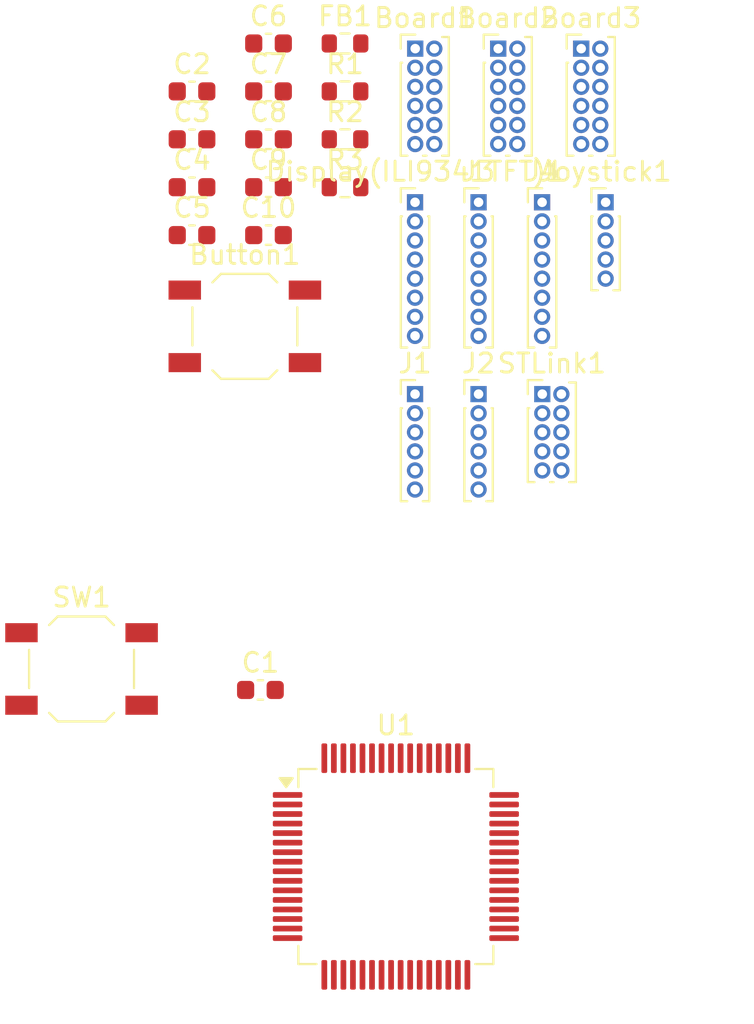
<source format=kicad_pcb>
(kicad_pcb (version 20241229) (generator "pcbnew") (generator_version "9.0")
  (title_block (title "Test") (date "2026-01-30") (rev "0"))
  (layers (0 "F.Cu" signal) (2 "B.Cu" signal) (13 "F.Paste" user) (15 "B.Paste" user) (5 "F.SilkS" user "F.Silkscreen") (7 "B.SilkS" user "B.Silkscreen") (1 "F.Mask" user) (3 "B.Mask" user) (25 "Edge.Cuts" user))
  (net 0 "")
  (net 1 "/OE")
  (net 2 "/OUT_3_1")
  (net 3 "/OUT_2_1")
  (net 4 "/LED")
  (net 5 "/S0")
  (net 6 "/S1")
  (net 7 "GND")
  (net 8 "/S2")
  (net 9 "+3VD")
  (net 10 "/S3")
  (net 11 "+3.3V")
  (net 12 "/OUT_1_1")
  (net 13 "/OUT_2_2")
  (net 14 "/OUT_3_2")
  (net 15 "/OUT_1_2")
  (net 16 "/OUT_2_3")
  (net 17 "/OUT_3_3")
  (net 18 "/OUT_1_3")
  (net 19 "/But")
  (net 20 "+3V0")
  (net 21 "/PD2")
  (net 22 "VDDA")
  (net 23 "/SDI{slash}MOSI")
  (net 24 "/RESET")
  (net 25 "VCC")
  (net 26 "/CS")
  (net 27 "/LED_T")
  (net 28 "/DC{slash}RS")
  (net 29 "/SCK")
  (net 33 "/PF0")
  (net 34 "/NRST")
  (net 41 "/PF1")
  (net 61 "VDD")
  (net 62 "/Button")
  (net 63 "/Y-pos")
  (net 64 "/X-pos")
  (net 65 "/BOOT0")
  (net 66 "/SWDIO")
  (net 68 "/RST_L")
  (net 71 "/CLK")
  (net 74 "/DIR_3")
  (net 75 "/DIR_1")
  (net 77 "/FAULT_3")
  (net 78 "/RST_2")
  (net 79 "/FAULT_4")
  (net 81 "/RST_4")
  (net 82 "/STEP_2")
  (net 84 "/STEP_1")
  (net 85 "/DIR_2")
  (net 88 "/RST_3")
  (net 89 "/FAULT_1")
  (net 90 "/DIR_4")
  (net 91 "/RST_1")
  (net 92 "/STEP_3")
  (net 94 "/FAULT_2")
  (net 96 "/STEP_4")
  (footprint "Capacitor_SMD:C_0603_1608Metric" (layer "F.Cu") (at 137.725 81)
    (property "Reference" "C1" (at 0 -1.43 0) (layer "F.SilkS"))
    (property "Value" "0.1uF")
    (fp_line (start -0.14058 -0.51) (end 0.14058 -0.51) (stroke (width 0.12)) (layer "F.SilkS"))
    (fp_line (start -0.14058 0.51) (end 0.14058 0.51) (stroke (width 0.12)) (layer "F.SilkS"))
    (pad "1" smd roundrect (at -0.775 0) (size 0.9 0.95) (layers "F.Cu" "F.Mask" "F.Paste") (net 34 "/NRST"))
    (pad "2" smd roundrect (at 0.775 0) (size 0.9 0.95) (layers "F.Cu" "F.Mask" "F.Paste") (net 7 "GND"))
  )
  (footprint "Resistor_SMD:R_0603_1608Metric" (layer "F.Cu") (at 142.16 54.66)
    (property "Reference" "R3" (at 0 -1.43 0) (layer "F.SilkS"))
    (property "Value" "R_US")
    (fp_line (start -0.237258 -0.5225) (end 0.237258 -0.5225) (stroke (width 0.12)) (layer "F.SilkS"))
    (fp_line (start -0.237258 0.5225) (end 0.237258 0.5225) (stroke (width 0.12)) (layer "F.SilkS"))
    (pad "1" smd roundrect (at -0.825 0) (size 0.8 0.95) (layers "F.Cu" "F.Mask" "F.Paste") (net 20 "+3V0"))
    (pad "2" smd roundrect (at 0.825 0) (size 0.8 0.95) (layers "F.Cu" "F.Mask" "F.Paste") (net 19 "/But"))
  )
  (footprint "Connector_PinHeader_1.00mm:PinHeader_2x05_P1.00mm_Vertical" (layer "F.Cu") (at 152.5 65.5)
    (property "Reference" "STLink1" (at 0.5 -1.61 0) (layer "F.SilkS"))
    (property "Value" "Conn_02x05_Odd_Even")
    (fp_line (start -0.76 -0.735) (end 0 -0.735) (stroke (width 0.12)) (layer "F.SilkS"))
    (fp_line (start -0.76 0) (end -0.76 -0.735) (stroke (width 0.12)) (layer "F.SilkS"))
    (fp_line (start -0.76 0.735) (end -0.76 4.61) (stroke (width 0.12)) (layer "F.SilkS"))
    (fp_line (start -0.76 0.735) (end -0.685565 0.735) (stroke (width 0.12)) (layer "F.SilkS"))
    (fp_line (start -0.76 4.61) (end -0.41003 4.61) (stroke (width 0.12)) (layer "F.SilkS"))
    (fp_line (start 0.41003 4.61) (end 0.58997 4.61) (stroke (width 0.12)) (layer "F.SilkS"))
    (fp_line (start 1.41003 -0.61) (end 1.76 -0.61) (stroke (width 0.12)) (layer "F.SilkS"))
    (fp_line (start 1.41003 4.61) (end 1.76 4.61) (stroke (width 0.12)) (layer "F.SilkS"))
    (fp_line (start 1.76 -0.61) (end 1.76 4.61) (stroke (width 0.12)) (layer "F.SilkS"))
    (pad "1" thru_hole rect (at 0 0) (size 0.85 0.85) (drill 0.5) (layers "*.Cu" "*.Mask") (net 68 "/RST_L"))
    (pad "2" thru_hole circle (at 1 0) (size 0.85 0.85) (drill 0.5) (layers "*.Cu" "*.Mask") (net 66 "/SWDIO"))
    (pad "3" thru_hole circle (at 0 1) (size 0.85 0.85) (drill 0.5) (layers "*.Cu" "*.Mask") (net 7 "GND"))
    (pad "4" thru_hole circle (at 1 1) (size 0.85 0.85) (drill 0.5) (layers "*.Cu" "*.Mask") (net 7 "GND"))
    (pad "5" thru_hole circle (at 0 2) (size 0.85 0.85) (drill 0.5) (layers "*.Cu" "*.Mask"))
    (pad "6" thru_hole circle (at 1 2) (size 0.85 0.85) (drill 0.5) (layers "*.Cu" "*.Mask") (net 71 "/CLK"))
    (pad "7" thru_hole circle (at 0 3) (size 0.85 0.85) (drill 0.5) (layers "*.Cu" "*.Mask"))
    (pad "8" thru_hole circle (at 1 3) (size 0.85 0.85) (drill 0.5) (layers "*.Cu" "*.Mask"))
    (pad "9" thru_hole circle (at 0 4) (size 0.85 0.85) (drill 0.5) (layers "*.Cu" "*.Mask"))
    (pad "10" thru_hole circle (at 1 4) (size 0.85 0.85) (drill 0.5) (layers "*.Cu" "*.Mask"))
  )
  (footprint "Connector_PinHeader_1.00mm:PinHeader_2x06_P1.00mm_Vertical" (layer "F.Cu") (at 154.54 47.4)
    (property "Reference" "Board3" (at 0.5 -1.61 0) (layer "F.SilkS"))
    (property "Value" "Conn_02x06_Odd_Even")
    (fp_line (start -0.76 -0.735) (end 0 -0.735) (stroke (width 0.12)) (layer "F.SilkS"))
    (fp_line (start -0.76 0) (end -0.76 -0.735) (stroke (width 0.12)) (layer "F.SilkS"))
    (fp_line (start -0.76 0.735) (end -0.76 5.61) (stroke (width 0.12)) (layer "F.SilkS"))
    (fp_line (start -0.76 0.735) (end -0.685565 0.735) (stroke (width 0.12)) (layer "F.SilkS"))
    (fp_line (start -0.76 5.61) (end -0.41003 5.61) (stroke (width 0.12)) (layer "F.SilkS"))
    (fp_line (start 0.41003 5.61) (end 0.58997 5.61) (stroke (width 0.12)) (layer "F.SilkS"))
    (fp_line (start 1.41003 -0.61) (end 1.76 -0.61) (stroke (width 0.12)) (layer "F.SilkS"))
    (fp_line (start 1.41003 5.61) (end 1.76 5.61) (stroke (width 0.12)) (layer "F.SilkS"))
    (fp_line (start 1.76 -0.61) (end 1.76 5.61) (stroke (width 0.12)) (layer "F.SilkS"))
    (pad "1" thru_hole rect (at 0 0) (size 0.85 0.85) (drill 0.5) (layers "*.Cu" "*.Mask") (net 7 "GND"))
    (pad "2" thru_hole circle (at 1 0) (size 0.85 0.85) (drill 0.5) (layers "*.Cu" "*.Mask") (net 11 "+3.3V"))
    (pad "3" thru_hole circle (at 0 1) (size 0.85 0.85) (drill 0.5) (layers "*.Cu" "*.Mask") (net 5 "/S0"))
    (pad "4" thru_hole circle (at 1 1) (size 0.85 0.85) (drill 0.5) (layers "*.Cu" "*.Mask") (net 6 "/S1"))
    (pad "5" thru_hole circle (at 0 2) (size 0.85 0.85) (drill 0.5) (layers "*.Cu" "*.Mask") (net 8 "/S2"))
    (pad "6" thru_hole circle (at 1 2) (size 0.85 0.85) (drill 0.5) (layers "*.Cu" "*.Mask") (net 10 "/S3"))
    (pad "7" thru_hole circle (at 0 3) (size 0.85 0.85) (drill 0.5) (layers "*.Cu" "*.Mask") (net 1 "/OE"))
    (pad "8" thru_hole circle (at 1 3) (size 0.85 0.85) (drill 0.5) (layers "*.Cu" "*.Mask") (net 4 "/LED"))
    (pad "9" thru_hole circle (at 0 4) (size 0.85 0.85) (drill 0.5) (layers "*.Cu" "*.Mask") (net 18 "/OUT_1_3"))
    (pad "10" thru_hole circle (at 1 4) (size 0.85 0.85) (drill 0.5) (layers "*.Cu" "*.Mask") (net 16 "/OUT_2_3"))
    (pad "11" thru_hole circle (at 0 5) (size 0.85 0.85) (drill 0.5) (layers "*.Cu" "*.Mask") (net 7 "GND"))
    (pad "12" thru_hole circle (at 1 5) (size 0.85 0.85) (drill 0.5) (layers "*.Cu" "*.Mask") (net 17 "/OUT_3_3"))
  )
  (footprint "Capacitor_SMD:C_0603_1608Metric" (layer "F.Cu") (at 138.15 47.13)
    (property "Reference" "C6" (at 0 -1.43 0) (layer "F.SilkS"))
    (property "Value" "1uF")
    (fp_line (start -0.14058 -0.51) (end 0.14058 -0.51) (stroke (width 0.12)) (layer "F.SilkS"))
    (fp_line (start -0.14058 0.51) (end 0.14058 0.51) (stroke (width 0.12)) (layer "F.SilkS"))
    (pad "1" smd roundrect (at -0.775 0) (size 0.9 0.95) (layers "F.Cu" "F.Mask" "F.Paste") (net 22 "VDDA"))
    (pad "2" smd roundrect (at 0.775 0) (size 0.9 0.95) (layers "F.Cu" "F.Mask" "F.Paste") (net 7 "GND"))
  )
  (footprint "Resistor_SMD:R_0603_1608Metric" (layer "F.Cu") (at 142.16 47.13)
    (property "Reference" "FB1" (at 0 -1.43 0) (layer "F.SilkS"))
    (property "Value" "600Ohm @ 100MHz")
    (fp_line (start -0.237258 -0.5225) (end 0.237258 -0.5225) (stroke (width 0.12)) (layer "F.SilkS"))
    (fp_line (start -0.237258 0.5225) (end 0.237258 0.5225) (stroke (width 0.12)) (layer "F.SilkS"))
    (pad "1" smd roundrect (at -0.825 0) (size 0.8 0.95) (layers "F.Cu" "F.Mask" "F.Paste") (net 20 "+3V0"))
    (pad "2" smd roundrect (at 0.825 0) (size 0.8 0.95) (layers "F.Cu" "F.Mask" "F.Paste") (net 22 "VDDA"))
  )
  (footprint "Connector_PinHeader_1.00mm:PinHeader_1x08_P1.00mm_Vertical" (layer "F.Cu") (at 152.49 55.45)
    (property "Reference" "J4" (at 0 -1.61 0) (layer "F.SilkS"))
    (property "Value" "Conn_01x08_Pin")
    (fp_line (start -0.745 -0.735) (end 0 -0.735) (stroke (width 0.12)) (layer "F.SilkS"))
    (fp_line (start -0.745 0) (end -0.745 -0.735) (stroke (width 0.12)) (layer "F.SilkS"))
    (fp_line (start -0.745 0.735) (end -0.745 7.61) (stroke (width 0.12)) (layer "F.SilkS"))
    (fp_line (start -0.745 0.735) (end -0.685565 0.735) (stroke (width 0.12)) (layer "F.SilkS"))
    (fp_line (start -0.745 7.61) (end -0.41003 7.61) (stroke (width 0.12)) (layer "F.SilkS"))
    (fp_line (start 0.41003 7.61) (end 0.745 7.61) (stroke (width 0.12)) (layer "F.SilkS"))
    (fp_line (start 0.685565 0.735) (end 0.745 0.735) (stroke (width 0.12)) (layer "F.SilkS"))
    (fp_line (start 0.745 0.735) (end 0.745 7.61) (stroke (width 0.12)) (layer "F.SilkS"))
    (pad "1" thru_hole rect (at 0 0) (size 0.85 0.85) (drill 0.5) (layers "*.Cu" "*.Mask"))
    (pad "2" thru_hole circle (at 0 1) (size 0.85 0.85) (drill 0.5) (layers "*.Cu" "*.Mask"))
    (pad "3" thru_hole circle (at 0 2) (size 0.85 0.85) (drill 0.5) (layers "*.Cu" "*.Mask"))
    (pad "4" thru_hole circle (at 0 3) (size 0.85 0.85) (drill 0.5) (layers "*.Cu" "*.Mask"))
    (pad "5" thru_hole circle (at 0 4) (size 0.85 0.85) (drill 0.5) (layers "*.Cu" "*.Mask"))
    (pad "6" thru_hole circle (at 0 5) (size 0.85 0.85) (drill 0.5) (layers "*.Cu" "*.Mask"))
    (pad "7" thru_hole circle (at 0 6) (size 0.85 0.85) (drill 0.5) (layers "*.Cu" "*.Mask"))
    (pad "8" thru_hole circle (at 0 7) (size 0.85 0.85) (drill 0.5) (layers "*.Cu" "*.Mask"))
  )
  (footprint "Connector_PinHeader_1.00mm:PinHeader_2x06_P1.00mm_Vertical" (layer "F.Cu") (at 145.84 47.4)
    (property "Reference" "Board1" (at 0.5 -1.61 0) (layer "F.SilkS"))
    (property "Value" "Conn_02x06_Odd_Even")
    (fp_line (start -0.76 -0.735) (end 0 -0.735) (stroke (width 0.12)) (layer "F.SilkS"))
    (fp_line (start -0.76 0) (end -0.76 -0.735) (stroke (width 0.12)) (layer "F.SilkS"))
    (fp_line (start -0.76 0.735) (end -0.76 5.61) (stroke (width 0.12)) (layer "F.SilkS"))
    (fp_line (start -0.76 0.735) (end -0.685565 0.735) (stroke (width 0.12)) (layer "F.SilkS"))
    (fp_line (start -0.76 5.61) (end -0.41003 5.61) (stroke (width 0.12)) (layer "F.SilkS"))
    (fp_line (start 0.41003 5.61) (end 0.58997 5.61) (stroke (width 0.12)) (layer "F.SilkS"))
    (fp_line (start 1.41003 -0.61) (end 1.76 -0.61) (stroke (width 0.12)) (layer "F.SilkS"))
    (fp_line (start 1.41003 5.61) (end 1.76 5.61) (stroke (width 0.12)) (layer "F.SilkS"))
    (fp_line (start 1.76 -0.61) (end 1.76 5.61) (stroke (width 0.12)) (layer "F.SilkS"))
    (pad "1" thru_hole rect (at 0 0) (size 0.85 0.85) (drill 0.5) (layers "*.Cu" "*.Mask") (net 7 "GND"))
    (pad "2" thru_hole circle (at 1 0) (size 0.85 0.85) (drill 0.5) (layers "*.Cu" "*.Mask") (net 11 "+3.3V"))
    (pad "3" thru_hole circle (at 0 1) (size 0.85 0.85) (drill 0.5) (layers "*.Cu" "*.Mask") (net 5 "/S0"))
    (pad "4" thru_hole circle (at 1 1) (size 0.85 0.85) (drill 0.5) (layers "*.Cu" "*.Mask") (net 6 "/S1"))
    (pad "5" thru_hole circle (at 0 2) (size 0.85 0.85) (drill 0.5) (layers "*.Cu" "*.Mask") (net 8 "/S2"))
    (pad "6" thru_hole circle (at 1 2) (size 0.85 0.85) (drill 0.5) (layers "*.Cu" "*.Mask") (net 10 "/S3"))
    (pad "7" thru_hole circle (at 0 3) (size 0.85 0.85) (drill 0.5) (layers "*.Cu" "*.Mask") (net 1 "/OE"))
    (pad "8" thru_hole circle (at 1 3) (size 0.85 0.85) (drill 0.5) (layers "*.Cu" "*.Mask") (net 4 "/LED"))
    (pad "9" thru_hole circle (at 0 4) (size 0.85 0.85) (drill 0.5) (layers "*.Cu" "*.Mask") (net 12 "/OUT_1_1"))
    (pad "10" thru_hole circle (at 1 4) (size 0.85 0.85) (drill 0.5) (layers "*.Cu" "*.Mask") (net 3 "/OUT_2_1"))
    (pad "11" thru_hole circle (at 0 5) (size 0.85 0.85) (drill 0.5) (layers "*.Cu" "*.Mask") (net 7 "GND"))
    (pad "12" thru_hole circle (at 1 5) (size 0.85 0.85) (drill 0.5) (layers "*.Cu" "*.Mask") (net 2 "/OUT_3_1"))
  )
  (footprint "Capacitor_SMD:C_0603_1608Metric" (layer "F.Cu") (at 138.15 57.17)
    (property "Reference" "C10" (at 0 -1.43 0) (layer "F.SilkS"))
    (property "Value" "4.7uF")
    (fp_line (start -0.14058 -0.51) (end 0.14058 -0.51) (stroke (width 0.12)) (layer "F.SilkS"))
    (fp_line (start -0.14058 0.51) (end 0.14058 0.51) (stroke (width 0.12)) (layer "F.SilkS"))
    (pad "1" smd roundrect (at -0.775 0) (size 0.9 0.95) (layers "F.Cu" "F.Mask" "F.Paste") (net 9 "+3VD"))
    (pad "2" smd roundrect (at 0.775 0) (size 0.9 0.95) (layers "F.Cu" "F.Mask" "F.Paste") (net 7 "GND"))
  )
  (footprint "Button_Switch_SMD:SW_SPST_TL3342" (layer "F.Cu") (at 136.91 61.95)
    (property "Reference" "Button1" (at 0 -3.75 0) (layer "F.SilkS"))
    (property "Value" "~")
    (fp_line (start -2.75 -1) (end -2.75 1) (stroke (width 0.12)) (layer "F.SilkS"))
    (fp_line (start -1.7 -2.3) (end -1.25 -2.75) (stroke (width 0.12)) (layer "F.SilkS"))
    (fp_line (start -1.7 2.3) (end -1.25 2.75) (stroke (width 0.12)) (layer "F.SilkS"))
    (fp_line (start -1.25 -2.75) (end 1.25 -2.75) (stroke (width 0.12)) (layer "F.SilkS"))
    (fp_line (start -1.25 2.75) (end 1.25 2.75) (stroke (width 0.12)) (layer "F.SilkS"))
    (fp_line (start 1.7 -2.3) (end 1.25 -2.75) (stroke (width 0.12)) (layer "F.SilkS"))
    (fp_line (start 1.7 2.3) (end 1.25 2.75) (stroke (width 0.12)) (layer "F.SilkS"))
    (fp_line (start 2.75 -1) (end 2.75 1) (stroke (width 0.12)) (layer "F.SilkS"))
    (pad "1" smd rect (at -3.15 -1.9) (size 1.7 1) (layers "F.Cu" "F.Mask" "F.Paste") (net 7 "GND"))
    (pad "1" smd rect (at 3.15 -1.9) (size 1.7 1) (layers "F.Cu" "F.Mask" "F.Paste") (net 7 "GND"))
    (pad "2" smd rect (at -3.15 1.9) (size 1.7 1) (layers "F.Cu" "F.Mask" "F.Paste") (net 19 "/But"))
    (pad "2" smd rect (at 3.15 1.9) (size 1.7 1) (layers "F.Cu" "F.Mask" "F.Paste") (net 19 "/But"))
  )
  (footprint "Package_QFP:LQFP-64_10x10mm_P0.5mm" (layer "F.Cu") (at 144.825 90.25)
    (property "Reference" "U1" (at 0 -7.4 0) (layer "F.SilkS"))
    (property "Value" "STM32F091RCTx")
    (fp_line (start -5.11 -5.11) (end -4.16 -5.11) (stroke (width 0.12)) (layer "F.SilkS"))
    (fp_line (start -5.11 -4.16) (end -5.11 -5.11) (stroke (width 0.12)) (layer "F.SilkS"))
    (fp_line (start -5.11 5.11) (end -5.11 4.16) (stroke (width 0.12)) (layer "F.SilkS"))
    (fp_line (start -4.16 5.11) (end -5.11 5.11) (stroke (width 0.12)) (layer "F.SilkS"))
    (fp_line (start 4.16 -5.11) (end 5.11 -5.11) (stroke (width 0.12)) (layer "F.SilkS"))
    (fp_line (start 5.11 -5.11) (end 5.11 -4.16) (stroke (width 0.12)) (layer "F.SilkS"))
    (fp_line (start 5.11 4.16) (end 5.11 5.11) (stroke (width 0.12)) (layer "F.SilkS"))
    (fp_line (start 5.11 5.11) (end 4.16 5.11) (stroke (width 0.12)) (layer "F.SilkS"))
    (fp_poly (pts (xy -5.75 -4.16) (xy -6.09 -4.63) (xy -5.41 -4.63)) (stroke (width 0.12)) (fill yes) (layer "F.SilkS"))
    (pad "1" smd roundrect (at -5.675 -3.75) (size 1.55 0.3) (layers "F.Cu" "F.Mask" "F.Paste") (net 9 "+3VD"))
    (pad "2" smd roundrect (at -5.675 -3.25) (size 1.55 0.3) (layers "F.Cu" "F.Mask" "F.Paste") (net 94 "/FAULT_2"))
    (pad "3" smd roundrect (at -5.675 -2.75) (size 1.55 0.3) (layers "F.Cu" "F.Mask" "F.Paste"))
    (pad "4" smd roundrect (at -5.675 -2.25) (size 1.55 0.3) (layers "F.Cu" "F.Mask" "F.Paste"))
    (pad "5" smd roundrect (at -5.675 -1.75) (size 1.55 0.3) (layers "F.Cu" "F.Mask" "F.Paste") (net 33 "/PF0"))
    (pad "6" smd roundrect (at -5.675 -1.25) (size 1.55 0.3) (layers "F.Cu" "F.Mask" "F.Paste") (net 41 "/PF1"))
    (pad "7" smd roundrect (at -5.675 -0.75) (size 1.55 0.3) (layers "F.Cu" "F.Mask" "F.Paste") (net 34 "/NRST"))
    (pad "8" smd roundrect (at -5.675 -0.25) (size 1.55 0.3) (layers "F.Cu" "F.Mask" "F.Paste") (net 26 "/CS"))
    (pad "9" smd roundrect (at -5.675 0.25) (size 1.55 0.3) (layers "F.Cu" "F.Mask" "F.Paste") (net 24 "/RESET"))
    (pad "10" smd roundrect (at -5.675 0.75) (size 1.55 0.3) (layers "F.Cu" "F.Mask" "F.Paste") (net 28 "/DC{slash}RS"))
    (pad "11" smd roundrect (at -5.675 1.25) (size 1.55 0.3) (layers "F.Cu" "F.Mask" "F.Paste") (net 23 "/SDI{slash}MOSI"))
    (pad "12" smd roundrect (at -5.675 1.75) (size 1.55 0.3) (layers "F.Cu" "F.Mask" "F.Paste") (net 7 "GND"))
    (pad "13" smd roundrect (at -5.675 2.25) (size 1.55 0.3) (layers "F.Cu" "F.Mask" "F.Paste") (net 22 "VDDA"))
    (pad "14" smd roundrect (at -5.675 2.75) (size 1.55 0.3) (layers "F.Cu" "F.Mask" "F.Paste") (net 12 "/OUT_1_1"))
    (pad "15" smd roundrect (at -5.675 3.25) (size 1.55 0.3) (layers "F.Cu" "F.Mask" "F.Paste") (net 3 "/OUT_2_1"))
    (pad "16" smd roundrect (at -5.675 3.75) (size 1.55 0.3) (layers "F.Cu" "F.Mask" "F.Paste") (net 2 "/OUT_3_1"))
    (pad "17" smd roundrect (at -3.75 5.675) (size 0.3 1.55) (layers "F.Cu" "F.Mask" "F.Paste") (net 15 "/OUT_1_2"))
    (pad "18" smd roundrect (at -3.25 5.675) (size 0.3 1.55) (layers "F.Cu" "F.Mask" "F.Paste") (net 7 "GND"))
    (pad "19" smd roundrect (at -2.75 5.675) (size 0.3 1.55) (layers "F.Cu" "F.Mask" "F.Paste") (net 9 "+3VD"))
    (pad "20" smd roundrect (at -2.25 5.675) (size 0.3 1.55) (layers "F.Cu" "F.Mask" "F.Paste") (net 13 "/OUT_2_2"))
    (pad "21" smd roundrect (at -1.75 5.675) (size 0.3 1.55) (layers "F.Cu" "F.Mask" "F.Paste") (net 14 "/OUT_3_2"))
    (pad "22" smd roundrect (at -1.25 5.675) (size 0.3 1.55) (layers "F.Cu" "F.Mask" "F.Paste") (net 18 "/OUT_1_3"))
    (pad "23" smd roundrect (at -0.75 5.675) (size 0.3 1.55) (layers "F.Cu" "F.Mask" "F.Paste") (net 16 "/OUT_2_3"))
    (pad "24" smd roundrect (at -0.25 5.675) (size 0.3 1.55) (layers "F.Cu" "F.Mask" "F.Paste") (net 29 "/SCK"))
    (pad "25" smd roundrect (at 0.25 5.675) (size 0.3 1.55) (layers "F.Cu" "F.Mask" "F.Paste") (net 27 "/LED_T"))
    (pad "26" smd roundrect (at 0.75 5.675) (size 0.3 1.55) (layers "F.Cu" "F.Mask" "F.Paste") (net 62 "/Button"))
    (pad "27" smd roundrect (at 1.25 5.675) (size 0.3 1.55) (layers "F.Cu" "F.Mask" "F.Paste") (net 63 "/Y-pos"))
    (pad "28" smd roundrect (at 1.75 5.675) (size 0.3 1.55) (layers "F.Cu" "F.Mask" "F.Paste") (net 64 "/X-pos"))
    (pad "29" smd roundrect (at 2.25 5.675) (size 0.3 1.55) (layers "F.Cu" "F.Mask" "F.Paste") (net 88 "/RST_3"))
    (pad "30" smd roundrect (at 2.75 5.675) (size 0.3 1.55) (layers "F.Cu" "F.Mask" "F.Paste") (net 77 "/FAULT_3"))
    (pad "31" smd roundrect (at 3.25 5.675) (size 0.3 1.55) (layers "F.Cu" "F.Mask" "F.Paste") (net 7 "GND"))
    (pad "32" smd roundrect (at 3.75 5.675) (size 0.3 1.55) (layers "F.Cu" "F.Mask" "F.Paste") (net 9 "+3VD"))
    (pad "33" smd roundrect (at 5.675 3.75) (size 1.55 0.3) (layers "F.Cu" "F.Mask" "F.Paste") (net 96 "/STEP_4"))
    (pad "34" smd roundrect (at 5.675 3.25) (size 1.55 0.3) (layers "F.Cu" "F.Mask" "F.Paste") (net 90 "/DIR_4"))
    (pad "35" smd roundrect (at 5.675 2.75) (size 1.55 0.3) (layers "F.Cu" "F.Mask" "F.Paste") (net 81 "/RST_4"))
    (pad "36" smd roundrect (at 5.675 2.25) (size 1.55 0.3) (layers "F.Cu" "F.Mask" "F.Paste") (net 79 "/FAULT_4"))
    (pad "37" smd roundrect (at 5.675 1.75) (size 1.55 0.3) (layers "F.Cu" "F.Mask" "F.Paste") (net 84 "/STEP_1"))
    (pad "38" smd roundrect (at 5.675 1.25) (size 1.55 0.3) (layers "F.Cu" "F.Mask" "F.Paste") (net 75 "/DIR_1"))
    (pad "39" smd roundrect (at 5.675 0.75) (size 1.55 0.3) (layers "F.Cu" "F.Mask" "F.Paste") (net 91 "/RST_1"))
    (pad "40" smd roundrect (at 5.675 0.25) (size 1.55 0.3) (layers "F.Cu" "F.Mask" "F.Paste") (net 89 "/FAULT_1"))
    (pad "41" smd roundrect (at 5.675 -0.25) (size 1.55 0.3) (layers "F.Cu" "F.Mask" "F.Paste") (net 17 "/OUT_3_3"))
    (pad "42" smd roundrect (at 5.675 -0.75) (size 1.55 0.3) (layers "F.Cu" "F.Mask" "F.Paste") (net 5 "/S0"))
    (pad "43" smd roundrect (at 5.675 -1.25) (size 1.55 0.3) (layers "F.Cu" "F.Mask" "F.Paste") (net 6 "/S1"))
    (pad "44" smd roundrect (at 5.675 -1.75) (size 1.55 0.3) (layers "F.Cu" "F.Mask" "F.Paste") (net 8 "/S2"))
    (pad "45" smd roundrect (at 5.675 -2.25) (size 1.55 0.3) (layers "F.Cu" "F.Mask" "F.Paste") (net 10 "/S3"))
    (pad "46" smd roundrect (at 5.675 -2.75) (size 1.55 0.3) (layers "F.Cu" "F.Mask" "F.Paste") (net 1 "/OE"))
    (pad "47" smd roundrect (at 5.675 -3.25) (size 1.55 0.3) (layers "F.Cu" "F.Mask" "F.Paste") (net 7 "GND"))
    (pad "48" smd roundrect (at 5.675 -3.75) (size 1.55 0.3) (layers "F.Cu" "F.Mask" "F.Paste") (net 9 "+3VD"))
    (pad "49" smd roundrect (at 3.75 -5.675) (size 0.3 1.55) (layers "F.Cu" "F.Mask" "F.Paste") (net 4 "/LED"))
    (pad "50" smd roundrect (at 3.25 -5.675) (size 0.3 1.55) (layers "F.Cu" "F.Mask" "F.Paste") (net 19 "/But"))
    (pad "51" smd roundrect (at 2.75 -5.675) (size 0.3 1.55) (layers "F.Cu" "F.Mask" "F.Paste") (net 82 "/STEP_2"))
    (pad "52" smd roundrect (at 2.25 -5.675) (size 0.3 1.55) (layers "F.Cu" "F.Mask" "F.Paste") (net 85 "/DIR_2"))
    (pad "53" smd roundrect (at 1.75 -5.675) (size 0.3 1.55) (layers "F.Cu" "F.Mask" "F.Paste") (net 78 "/RST_2"))
    (pad "54" smd roundrect (at 1.25 -5.675) (size 0.3 1.55) (layers "F.Cu" "F.Mask" "F.Paste") (net 21 "/PD2"))
    (pad "55" smd roundrect (at 0.75 -5.675) (size 0.3 1.55) (layers "F.Cu" "F.Mask" "F.Paste"))
    (pad "56" smd roundrect (at 0.25 -5.675) (size 0.3 1.55) (layers "F.Cu" "F.Mask" "F.Paste"))
    (pad "57" smd roundrect (at -0.25 -5.675) (size 0.3 1.55) (layers "F.Cu" "F.Mask" "F.Paste"))
    (pad "58" smd roundrect (at -0.75 -5.675) (size 0.3 1.55) (layers "F.Cu" "F.Mask" "F.Paste"))
    (pad "59" smd roundrect (at -1.25 -5.675) (size 0.3 1.55) (layers "F.Cu" "F.Mask" "F.Paste"))
    (pad "60" smd roundrect (at -1.75 -5.675) (size 0.3 1.55) (layers "F.Cu" "F.Mask" "F.Paste") (net 65 "/BOOT0"))
    (pad "61" smd roundrect (at -2.25 -5.675) (size 0.3 1.55) (layers "F.Cu" "F.Mask" "F.Paste") (net 92 "/STEP_3"))
    (pad "62" smd roundrect (at -2.75 -5.675) (size 0.3 1.55) (layers "F.Cu" "F.Mask" "F.Paste") (net 74 "/DIR_3"))
    (pad "63" smd roundrect (at -3.25 -5.675) (size 0.3 1.55) (layers "F.Cu" "F.Mask" "F.Paste") (net 7 "GND"))
    (pad "64" smd roundrect (at -3.75 -5.675) (size 0.3 1.55) (layers "F.Cu" "F.Mask" "F.Paste") (net 9 "+3VD"))
  )
  (footprint "Connector_PinHeader_1.00mm:PinHeader_1x05_P1.00mm_Vertical" (layer "F.Cu") (at 155.82 55.45)
    (property "Reference" "Joystick1" (at 0 -1.61 0) (layer "F.SilkS"))
    (property "Value" "Conn_01x05_Pin")
    (fp_line (start -0.745 -0.735) (end 0 -0.735) (stroke (width 0.12)) (layer "F.SilkS"))
    (fp_line (start -0.745 0) (end -0.745 -0.735) (stroke (width 0.12)) (layer "F.SilkS"))
    (fp_line (start -0.745 0.735) (end -0.745 4.61) (stroke (width 0.12)) (layer "F.SilkS"))
    (fp_line (start -0.745 0.735) (end -0.685565 0.735) (stroke (width 0.12)) (layer "F.SilkS"))
    (fp_line (start -0.745 4.61) (end -0.41003 4.61) (stroke (width 0.12)) (layer "F.SilkS"))
    (fp_line (start 0.41003 4.61) (end 0.745 4.61) (stroke (width 0.12)) (layer "F.SilkS"))
    (fp_line (start 0.685565 0.735) (end 0.745 0.735) (stroke (width 0.12)) (layer "F.SilkS"))
    (fp_line (start 0.745 0.735) (end 0.745 4.61) (stroke (width 0.12)) (layer "F.SilkS"))
    (pad "1" thru_hole rect (at 0 0) (size 0.85 0.85) (drill 0.5) (layers "*.Cu" "*.Mask") (net 62 "/Button"))
    (pad "2" thru_hole circle (at 0 1) (size 0.85 0.85) (drill 0.5) (layers "*.Cu" "*.Mask") (net 63 "/Y-pos"))
    (pad "3" thru_hole circle (at 0 2) (size 0.85 0.85) (drill 0.5) (layers "*.Cu" "*.Mask") (net 64 "/X-pos"))
    (pad "4" thru_hole circle (at 0 3) (size 0.85 0.85) (drill 0.5) (layers "*.Cu" "*.Mask") (net 61 "VDD"))
    (pad "5" thru_hole circle (at 0 4) (size 0.85 0.85) (drill 0.5) (layers "*.Cu" "*.Mask") (net 7 "GND"))
  )
  (footprint "Capacitor_SMD:C_0603_1608Metric" (layer "F.Cu") (at 138.15 52.15)
    (property "Reference" "C8" (at 0 -1.43 0) (layer "F.SilkS"))
    (property "Value" "10nF")
    (fp_line (start -0.14058 -0.51) (end 0.14058 -0.51) (stroke (width 0.12)) (layer "F.SilkS"))
    (fp_line (start -0.14058 0.51) (end 0.14058 0.51) (stroke (width 0.12)) (layer "F.SilkS"))
    (pad "1" smd roundrect (at -0.775 0) (size 0.9 0.95) (layers "F.Cu" "F.Mask" "F.Paste") (net 22 "VDDA"))
    (pad "2" smd roundrect (at 0.775 0) (size 0.9 0.95) (layers "F.Cu" "F.Mask" "F.Paste") (net 7 "GND"))
  )
  (footprint "Capacitor_SMD:C_0603_1608Metric" (layer "F.Cu") (at 138.15 49.64)
    (property "Reference" "C7" (at 0 -1.43 0) (layer "F.SilkS"))
    (property "Value" "C")
    (fp_line (start -0.14058 -0.51) (end 0.14058 -0.51) (stroke (width 0.12)) (layer "F.SilkS"))
    (fp_line (start -0.14058 0.51) (end 0.14058 0.51) (stroke (width 0.12)) (layer "F.SilkS"))
    (pad "1" smd roundrect (at -0.775 0) (size 0.9 0.95) (layers "F.Cu" "F.Mask" "F.Paste") (net 19 "/But"))
    (pad "2" smd roundrect (at 0.775 0) (size 0.9 0.95) (layers "F.Cu" "F.Mask" "F.Paste") (net 7 "GND"))
  )
  (footprint "Resistor_SMD:R_0603_1608Metric" (layer "F.Cu") (at 142.16 52.15)
    (property "Reference" "R2" (at 0 -1.43 0) (layer "F.SilkS"))
    (property "Value" "100k")
    (fp_line (start -0.237258 -0.5225) (end 0.237258 -0.5225) (stroke (width 0.12)) (layer "F.SilkS"))
    (fp_line (start -0.237258 0.5225) (end 0.237258 0.5225) (stroke (width 0.12)) (layer "F.SilkS"))
    (pad "1" smd roundrect (at -0.825 0) (size 0.8 0.95) (layers "F.Cu" "F.Mask" "F.Paste") (net 7 "GND"))
    (pad "2" smd roundrect (at 0.825 0) (size 0.8 0.95) (layers "F.Cu" "F.Mask" "F.Paste") (net 65 "/BOOT0"))
  )
  (footprint "Capacitor_SMD:C_0603_1608Metric" (layer "F.Cu") (at 134.14 49.64)
    (property "Reference" "C2" (at 0 -1.43 0) (layer "F.SilkS"))
    (property "Value" "100nF")
    (fp_line (start -0.14058 -0.51) (end 0.14058 -0.51) (stroke (width 0.12)) (layer "F.SilkS"))
    (fp_line (start -0.14058 0.51) (end 0.14058 0.51) (stroke (width 0.12)) (layer "F.SilkS"))
    (pad "1" smd roundrect (at -0.775 0) (size 0.9 0.95) (layers "F.Cu" "F.Mask" "F.Paste") (net 20 "+3V0"))
    (pad "2" smd roundrect (at 0.775 0) (size 0.9 0.95) (layers "F.Cu" "F.Mask" "F.Paste") (net 7 "GND"))
  )
  (footprint "Connector_PinHeader_1.00mm:PinHeader_1x08_P1.00mm_Vertical" (layer "F.Cu") (at 149.16 55.45)
    (property "Reference" "J3" (at 0 -1.61 0) (layer "F.SilkS"))
    (property "Value" "Conn_01x08_Pin")
    (fp_line (start -0.745 -0.735) (end 0 -0.735) (stroke (width 0.12)) (layer "F.SilkS"))
    (fp_line (start -0.745 0) (end -0.745 -0.735) (stroke (width 0.12)) (layer "F.SilkS"))
    (fp_line (start -0.745 0.735) (end -0.745 7.61) (stroke (width 0.12)) (layer "F.SilkS"))
    (fp_line (start -0.745 0.735) (end -0.685565 0.735) (stroke (width 0.12)) (layer "F.SilkS"))
    (fp_line (start -0.745 7.61) (end -0.41003 7.61) (stroke (width 0.12)) (layer "F.SilkS"))
    (fp_line (start 0.41003 7.61) (end 0.745 7.61) (stroke (width 0.12)) (layer "F.SilkS"))
    (fp_line (start 0.685565 0.735) (end 0.745 0.735) (stroke (width 0.12)) (layer "F.SilkS"))
    (fp_line (start 0.745 0.735) (end 0.745 7.61) (stroke (width 0.12)) (layer "F.SilkS"))
    (pad "1" thru_hole rect (at 0 0) (size 0.85 0.85) (drill 0.5) (layers "*.Cu" "*.Mask"))
    (pad "2" thru_hole circle (at 0 1) (size 0.85 0.85) (drill 0.5) (layers "*.Cu" "*.Mask"))
    (pad "3" thru_hole circle (at 0 2) (size 0.85 0.85) (drill 0.5) (layers "*.Cu" "*.Mask"))
    (pad "4" thru_hole circle (at 0 3) (size 0.85 0.85) (drill 0.5) (layers "*.Cu" "*.Mask"))
    (pad "5" thru_hole circle (at 0 4) (size 0.85 0.85) (drill 0.5) (layers "*.Cu" "*.Mask"))
    (pad "6" thru_hole circle (at 0 5) (size 0.85 0.85) (drill 0.5) (layers "*.Cu" "*.Mask"))
    (pad "7" thru_hole circle (at 0 6) (size 0.85 0.85) (drill 0.5) (layers "*.Cu" "*.Mask"))
    (pad "8" thru_hole circle (at 0 7) (size 0.85 0.85) (drill 0.5) (layers "*.Cu" "*.Mask"))
  )
  (footprint "Connector_PinHeader_1.00mm:PinHeader_1x06_P1.00mm_Vertical" (layer "F.Cu") (at 149.16 65.5)
    (property "Reference" "J2" (at 0 -1.61 0) (layer "F.SilkS"))
    (property "Value" "Conn_01x06_Pin")
    (fp_line (start -0.745 -0.735) (end 0 -0.735) (stroke (width 0.12)) (layer "F.SilkS"))
    (fp_line (start -0.745 0) (end -0.745 -0.735) (stroke (width 0.12)) (layer "F.SilkS"))
    (fp_line (start -0.745 0.735) (end -0.745 5.61) (stroke (width 0.12)) (layer "F.SilkS"))
    (fp_line (start -0.745 0.735) (end -0.685565 0.735) (stroke (width 0.12)) (layer "F.SilkS"))
    (fp_line (start -0.745 5.61) (end -0.41003 5.61) (stroke (width 0.12)) (layer "F.SilkS"))
    (fp_line (start 0.41003 5.61) (end 0.745 5.61) (stroke (width 0.12)) (layer "F.SilkS"))
    (fp_line (start 0.685565 0.735) (end 0.745 0.735) (stroke (width 0.12)) (layer "F.SilkS"))
    (fp_line (start 0.745 0.735) (end 0.745 5.61) (stroke (width 0.12)) (layer "F.SilkS"))
    (pad "1" thru_hole rect (at 0 0) (size 0.85 0.85) (drill 0.5) (layers "*.Cu" "*.Mask"))
    (pad "2" thru_hole circle (at 0 1) (size 0.85 0.85) (drill 0.5) (layers "*.Cu" "*.Mask"))
    (pad "3" thru_hole circle (at 0 2) (size 0.85 0.85) (drill 0.5) (layers "*.Cu" "*.Mask"))
    (pad "4" thru_hole circle (at 0 3) (size 0.85 0.85) (drill 0.5) (layers "*.Cu" "*.Mask"))
    (pad "5" thru_hole circle (at 0 4) (size 0.85 0.85) (drill 0.5) (layers "*.Cu" "*.Mask"))
    (pad "6" thru_hole circle (at 0 5) (size 0.85 0.85) (drill 0.5) (layers "*.Cu" "*.Mask"))
  )
  (footprint "Connector_PinHeader_1.00mm:PinHeader_1x08_P1.00mm_Vertical" (layer "F.Cu") (at 145.83 55.45)
    (property "Reference" "Display(ILI9341TFT)1" (at 0 -1.61 0) (layer "F.SilkS"))
    (property "Value" "Conn_01x08_Pin")
    (fp_line (start -0.745 -0.735) (end 0 -0.735) (stroke (width 0.12)) (layer "F.SilkS"))
    (fp_line (start -0.745 0) (end -0.745 -0.735) (stroke (width 0.12)) (layer "F.SilkS"))
    (fp_line (start -0.745 0.735) (end -0.745 7.61) (stroke (width 0.12)) (layer "F.SilkS"))
    (fp_line (start -0.745 0.735) (end -0.685565 0.735) (stroke (width 0.12)) (layer "F.SilkS"))
    (fp_line (start -0.745 7.61) (end -0.41003 7.61) (stroke (width 0.12)) (layer "F.SilkS"))
    (fp_line (start 0.41003 7.61) (end 0.745 7.61) (stroke (width 0.12)) (layer "F.SilkS"))
    (fp_line (start 0.685565 0.735) (end 0.745 0.735) (stroke (width 0.12)) (layer "F.SilkS"))
    (fp_line (start 0.745 0.735) (end 0.745 7.61) (stroke (width 0.12)) (layer "F.SilkS"))
    (pad "1" thru_hole rect (at 0 0) (size 0.85 0.85) (drill 0.5) (layers "*.Cu" "*.Mask") (net 25 "VCC"))
    (pad "2" thru_hole circle (at 0 1) (size 0.85 0.85) (drill 0.5) (layers "*.Cu" "*.Mask") (net 7 "GND"))
    (pad "3" thru_hole circle (at 0 2) (size 0.85 0.85) (drill 0.5) (layers "*.Cu" "*.Mask") (net 26 "/CS"))
    (pad "4" thru_hole circle (at 0 3) (size 0.85 0.85) (drill 0.5) (layers "*.Cu" "*.Mask") (net 24 "/RESET"))
    (pad "5" thru_hole circle (at 0 4) (size 0.85 0.85) (drill 0.5) (layers "*.Cu" "*.Mask") (net 28 "/DC{slash}RS"))
    (pad "6" thru_hole circle (at 0 5) (size 0.85 0.85) (drill 0.5) (layers "*.Cu" "*.Mask") (net 23 "/SDI{slash}MOSI"))
    (pad "7" thru_hole circle (at 0 6) (size 0.85 0.85) (drill 0.5) (layers "*.Cu" "*.Mask") (net 29 "/SCK"))
    (pad "8" thru_hole circle (at 0 7) (size 0.85 0.85) (drill 0.5) (layers "*.Cu" "*.Mask") (net 27 "/LED_T"))
  )
  (footprint "Capacitor_SMD:C_0603_1608Metric" (layer "F.Cu") (at 134.14 52.15)
    (property "Reference" "C3" (at 0 -1.43 0) (layer "F.SilkS"))
    (property "Value" "100nF")
    (fp_line (start -0.14058 -0.51) (end 0.14058 -0.51) (stroke (width 0.12)) (layer "F.SilkS"))
    (fp_line (start -0.14058 0.51) (end 0.14058 0.51) (stroke (width 0.12)) (layer "F.SilkS"))
    (pad "1" smd roundrect (at -0.775 0) (size 0.9 0.95) (layers "F.Cu" "F.Mask" "F.Paste") (net 20 "+3V0"))
    (pad "2" smd roundrect (at 0.775 0) (size 0.9 0.95) (layers "F.Cu" "F.Mask" "F.Paste") (net 7 "GND"))
  )
  (footprint "Capacitor_SMD:C_0603_1608Metric" (layer "F.Cu") (at 134.14 54.66)
    (property "Reference" "C4" (at 0 -1.43 0) (layer "F.SilkS"))
    (property "Value" "100nF")
    (fp_line (start -0.14058 -0.51) (end 0.14058 -0.51) (stroke (width 0.12)) (layer "F.SilkS"))
    (fp_line (start -0.14058 0.51) (end 0.14058 0.51) (stroke (width 0.12)) (layer "F.SilkS"))
    (pad "1" smd roundrect (at -0.775 0) (size 0.9 0.95) (layers "F.Cu" "F.Mask" "F.Paste") (net 20 "+3V0"))
    (pad "2" smd roundrect (at 0.775 0) (size 0.9 0.95) (layers "F.Cu" "F.Mask" "F.Paste") (net 7 "GND"))
  )
  (footprint "Connector_PinHeader_1.00mm:PinHeader_1x06_P1.00mm_Vertical" (layer "F.Cu") (at 145.83 65.5)
    (property "Reference" "J1" (at 0 -1.61 0) (layer "F.SilkS"))
    (property "Value" "Conn_01x06_Pin")
    (fp_line (start -0.745 -0.735) (end 0 -0.735) (stroke (width 0.12)) (layer "F.SilkS"))
    (fp_line (start -0.745 0) (end -0.745 -0.735) (stroke (width 0.12)) (layer "F.SilkS"))
    (fp_line (start -0.745 0.735) (end -0.745 5.61) (stroke (width 0.12)) (layer "F.SilkS"))
    (fp_line (start -0.745 0.735) (end -0.685565 0.735) (stroke (width 0.12)) (layer "F.SilkS"))
    (fp_line (start -0.745 5.61) (end -0.41003 5.61) (stroke (width 0.12)) (layer "F.SilkS"))
    (fp_line (start 0.41003 5.61) (end 0.745 5.61) (stroke (width 0.12)) (layer "F.SilkS"))
    (fp_line (start 0.685565 0.735) (end 0.745 0.735) (stroke (width 0.12)) (layer "F.SilkS"))
    (fp_line (start 0.745 0.735) (end 0.745 5.61) (stroke (width 0.12)) (layer "F.SilkS"))
    (pad "1" thru_hole rect (at 0 0) (size 0.85 0.85) (drill 0.5) (layers "*.Cu" "*.Mask"))
    (pad "2" thru_hole circle (at 0 1) (size 0.85 0.85) (drill 0.5) (layers "*.Cu" "*.Mask"))
    (pad "3" thru_hole circle (at 0 2) (size 0.85 0.85) (drill 0.5) (layers "*.Cu" "*.Mask"))
    (pad "4" thru_hole circle (at 0 3) (size 0.85 0.85) (drill 0.5) (layers "*.Cu" "*.Mask"))
    (pad "5" thru_hole circle (at 0 4) (size 0.85 0.85) (drill 0.5) (layers "*.Cu" "*.Mask"))
    (pad "6" thru_hole circle (at 0 5) (size 0.85 0.85) (drill 0.5) (layers "*.Cu" "*.Mask"))
  )
  (footprint "Button_Switch_SMD:SW_SPST_TL3342" (layer "F.Cu") (at 128.35 79.9)
    (property "Reference" "SW1" (at 0 -3.75 0) (layer "F.SilkS"))
    (property "Value" "SW_Push")
    (fp_line (start -2.75 -1) (end -2.75 1) (stroke (width 0.12)) (layer "F.SilkS"))
    (fp_line (start -1.7 -2.3) (end -1.25 -2.75) (stroke (width 0.12)) (layer "F.SilkS"))
    (fp_line (start -1.7 2.3) (end -1.25 2.75) (stroke (width 0.12)) (layer "F.SilkS"))
    (fp_line (start -1.25 -2.75) (end 1.25 -2.75) (stroke (width 0.12)) (layer "F.SilkS"))
    (fp_line (start -1.25 2.75) (end 1.25 2.75) (stroke (width 0.12)) (layer "F.SilkS"))
    (fp_line (start 1.7 -2.3) (end 1.25 -2.75) (stroke (width 0.12)) (layer "F.SilkS"))
    (fp_line (start 1.7 2.3) (end 1.25 2.75) (stroke (width 0.12)) (layer "F.SilkS"))
    (fp_line (start 2.75 -1) (end 2.75 1) (stroke (width 0.12)) (layer "F.SilkS"))
    (pad "1" smd rect (at -3.15 -1.9) (size 1.7 1) (layers "F.Cu" "F.Mask" "F.Paste") (net 7 "GND"))
    (pad "1" smd rect (at 3.15 -1.9) (size 1.7 1) (layers "F.Cu" "F.Mask" "F.Paste") (net 7 "GND"))
    (pad "2" smd rect (at -3.15 1.9) (size 1.7 1) (layers "F.Cu" "F.Mask" "F.Paste") (net 34 "/NRST"))
    (pad "2" smd rect (at 3.15 1.9) (size 1.7 1) (layers "F.Cu" "F.Mask" "F.Paste") (net 34 "/NRST"))
  )
  (footprint "Connector_PinHeader_1.00mm:PinHeader_2x06_P1.00mm_Vertical" (layer "F.Cu") (at 150.19 47.4)
    (property "Reference" "Board2" (at 0.5 -1.61 0) (layer "F.SilkS"))
    (property "Value" "Conn_02x06_Odd_Even")
    (fp_line (start -0.76 -0.735) (end 0 -0.735) (stroke (width 0.12)) (layer "F.SilkS"))
    (fp_line (start -0.76 0) (end -0.76 -0.735) (stroke (width 0.12)) (layer "F.SilkS"))
    (fp_line (start -0.76 0.735) (end -0.76 5.61) (stroke (width 0.12)) (layer "F.SilkS"))
    (fp_line (start -0.76 0.735) (end -0.685565 0.735) (stroke (width 0.12)) (layer "F.SilkS"))
    (fp_line (start -0.76 5.61) (end -0.41003 5.61) (stroke (width 0.12)) (layer "F.SilkS"))
    (fp_line (start 0.41003 5.61) (end 0.58997 5.61) (stroke (width 0.12)) (layer "F.SilkS"))
    (fp_line (start 1.41003 -0.61) (end 1.76 -0.61) (stroke (width 0.12)) (layer "F.SilkS"))
    (fp_line (start 1.41003 5.61) (end 1.76 5.61) (stroke (width 0.12)) (layer "F.SilkS"))
    (fp_line (start 1.76 -0.61) (end 1.76 5.61) (stroke (width 0.12)) (layer "F.SilkS"))
    (pad "1" thru_hole rect (at 0 0) (size 0.85 0.85) (drill 0.5) (layers "*.Cu" "*.Mask") (net 7 "GND"))
    (pad "2" thru_hole circle (at 1 0) (size 0.85 0.85) (drill 0.5) (layers "*.Cu" "*.Mask") (net 11 "+3.3V"))
    (pad "3" thru_hole circle (at 0 1) (size 0.85 0.85) (drill 0.5) (layers "*.Cu" "*.Mask") (net 5 "/S0"))
    (pad "4" thru_hole circle (at 1 1) (size 0.85 0.85) (drill 0.5) (layers "*.Cu" "*.Mask") (net 6 "/S1"))
    (pad "5" thru_hole circle (at 0 2) (size 0.85 0.85) (drill 0.5) (layers "*.Cu" "*.Mask") (net 8 "/S2"))
    (pad "6" thru_hole circle (at 1 2) (size 0.85 0.85) (drill 0.5) (layers "*.Cu" "*.Mask") (net 10 "/S3"))
    (pad "7" thru_hole circle (at 0 3) (size 0.85 0.85) (drill 0.5) (layers "*.Cu" "*.Mask") (net 1 "/OE"))
    (pad "8" thru_hole circle (at 1 3) (size 0.85 0.85) (drill 0.5) (layers "*.Cu" "*.Mask") (net 4 "/LED"))
    (pad "9" thru_hole circle (at 0 4) (size 0.85 0.85) (drill 0.5) (layers "*.Cu" "*.Mask") (net 15 "/OUT_1_2"))
    (pad "10" thru_hole circle (at 1 4) (size 0.85 0.85) (drill 0.5) (layers "*.Cu" "*.Mask") (net 13 "/OUT_2_2"))
    (pad "11" thru_hole circle (at 0 5) (size 0.85 0.85) (drill 0.5) (layers "*.Cu" "*.Mask") (net 7 "GND"))
    (pad "12" thru_hole circle (at 1 5) (size 0.85 0.85) (drill 0.5) (layers "*.Cu" "*.Mask") (net 14 "/OUT_3_2"))
  )
  (footprint "Capacitor_SMD:C_0603_1608Metric" (layer "F.Cu") (at 134.14 57.17)
    (property "Reference" "C5" (at 0 -1.43 0) (layer "F.SilkS"))
    (property "Value" "4.7uF")
    (fp_line (start -0.14058 -0.51) (end 0.14058 -0.51) (stroke (width 0.12)) (layer "F.SilkS"))
    (fp_line (start -0.14058 0.51) (end 0.14058 0.51) (stroke (width 0.12)) (layer "F.SilkS"))
    (pad "1" smd roundrect (at -0.775 0) (size 0.9 0.95) (layers "F.Cu" "F.Mask" "F.Paste") (net 20 "+3V0"))
    (pad "2" smd roundrect (at 0.775 0) (size 0.9 0.95) (layers "F.Cu" "F.Mask" "F.Paste") (net 7 "GND"))
  )
  (footprint "Capacitor_SMD:C_0603_1608Metric" (layer "F.Cu") (at 138.15 54.66)
    (property "Reference" "C9" (at 0 -1.43 0) (layer "F.SilkS"))
    (property "Value" "100nF")
    (fp_line (start -0.14058 -0.51) (end 0.14058 -0.51) (stroke (width 0.12)) (layer "F.SilkS"))
    (fp_line (start -0.14058 0.51) (end 0.14058 0.51) (stroke (width 0.12)) (layer "F.SilkS"))
    (pad "1" smd roundrect (at -0.775 0) (size 0.9 0.95) (layers "F.Cu" "F.Mask" "F.Paste") (net 9 "+3VD"))
    (pad "2" smd roundrect (at 0.775 0) (size 0.9 0.95) (layers "F.Cu" "F.Mask" "F.Paste") (net 7 "GND"))
  )
  (footprint "Resistor_SMD:R_0603_1608Metric" (layer "F.Cu") (at 142.16 49.64)
    (property "Reference" "R1" (at 0 -1.43 0) (layer "F.SilkS"))
    (property "Value" "100k")
    (fp_line (start -0.237258 -0.5225) (end 0.237258 -0.5225) (stroke (width 0.12)) (layer "F.SilkS"))
    (fp_line (start -0.237258 0.5225) (end 0.237258 0.5225) (stroke (width 0.12)) (layer "F.SilkS"))
    (pad "1" smd roundrect (at -0.825 0) (size 0.8 0.95) (layers "F.Cu" "F.Mask" "F.Paste") (net 20 "+3V0"))
    (pad "2" smd roundrect (at 0.825 0) (size 0.8 0.95) (layers "F.Cu" "F.Mask" "F.Paste") (net 34 "/NRST"))
  )
)
</source>
